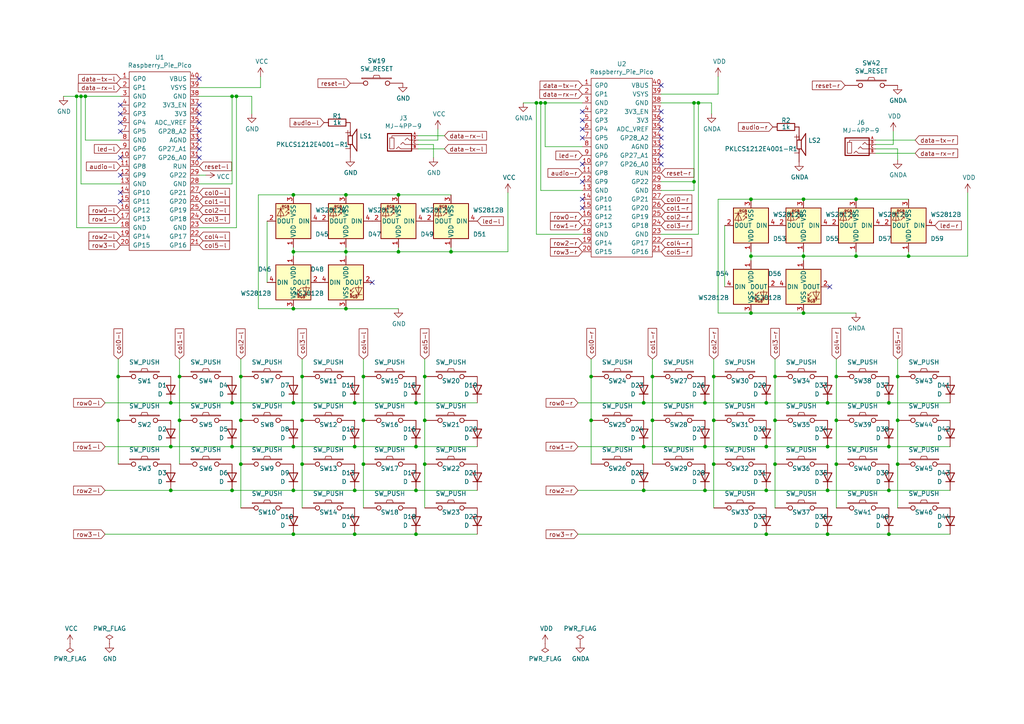
<source format=kicad_sch>
(kicad_sch (version 20211123) (generator eeschema)
  (paper "A4")
  (title_block (title "Lunakey Pico") (rev "1") (company "Yoichiro Tanaka"))
  (junction (at 100.33 73.025))
  (junction (at 85.09 116.84))
  (junction (at 207.01 109.22))
  (junction (at 23.495 27.94))
  (junction (at 67.31 129.54))
  (junction (at 204.47 116.84))
  (junction (at 102.87 116.84))
  (junction (at 257.81 142.24))
  (junction (at 263.525 74.295))
  (junction (at 186.69 129.54))
  (junction (at 68.58 27.94))
  (junction (at 120.65 142.24))
  (junction (at 260.35 109.22))
  (junction (at 224.79 134.62))
  (junction (at 49.53 142.24))
  (junction (at 186.69 142.24))
  (junction (at 34.29 121.92))
  (junction (at 222.25 129.54))
  (junction (at 123.19 134.62))
  (junction (at 67.31 27.94))
  (junction (at 260.35 121.92))
  (junction (at 24.765 27.94))
  (junction (at 233.045 74.295))
  (junction (at 222.25 116.84))
  (junction (at 85.09 129.54))
  (junction (at 85.09 89.535))
  (junction (at 242.57 121.92))
  (junction (at 189.23 121.92))
  (junction (at 67.31 116.84))
  (junction (at 158.115 29.845))
  (junction (at 171.45 121.92))
  (junction (at 240.03 116.84))
  (junction (at 87.63 121.92))
  (junction (at 217.805 90.805))
  (junction (at 189.23 109.22))
  (junction (at 248.285 74.295))
  (junction (at 204.47 142.24))
  (junction (at 202.565 29.845))
  (junction (at 102.87 129.54))
  (junction (at 240.03 142.24))
  (junction (at 49.53 116.84))
  (junction (at 120.65 154.94))
  (junction (at 224.79 109.22))
  (junction (at 52.07 121.92))
  (junction (at 260.35 134.62))
  (junction (at 69.85 109.22))
  (junction (at 155.575 29.845))
  (junction (at 130.81 73.025))
  (junction (at 257.81 116.84))
  (junction (at 233.045 57.785))
  (junction (at 217.805 57.785))
  (junction (at 224.79 121.92))
  (junction (at 120.65 129.54))
  (junction (at 85.09 56.515))
  (junction (at 156.845 29.845))
  (junction (at 34.29 109.22))
  (junction (at 87.63 134.62))
  (junction (at 186.69 116.84))
  (junction (at 105.41 134.62))
  (junction (at 248.285 57.785))
  (junction (at 222.25 154.94))
  (junction (at 102.87 154.94))
  (junction (at 52.07 109.22))
  (junction (at 233.045 90.805))
  (junction (at 242.57 109.22))
  (junction (at 207.01 121.92))
  (junction (at 222.25 142.24))
  (junction (at 87.63 109.22))
  (junction (at 22.225 27.94))
  (junction (at 115.57 73.025))
  (junction (at 257.81 154.94))
  (junction (at 85.09 154.94))
  (junction (at 120.65 116.84))
  (junction (at 49.53 129.54))
  (junction (at 85.09 142.24))
  (junction (at 123.19 109.22))
  (junction (at 102.87 142.24))
  (junction (at 217.805 74.295))
  (junction (at 105.41 109.22))
  (junction (at 105.41 121.92))
  (junction (at 100.33 89.535))
  (junction (at 69.85 134.62))
  (junction (at 257.81 129.54))
  (junction (at 115.57 56.515))
  (junction (at 85.09 73.025))
  (junction (at 171.45 109.22))
  (junction (at 201.295 52.705))
  (junction (at 123.19 121.92))
  (junction (at 242.57 134.62))
  (junction (at 204.47 129.54))
  (junction (at 207.01 134.62))
  (junction (at 67.31 142.24))
  (junction (at 69.85 121.92))
  (junction (at 100.33 56.515))
  (junction (at 240.03 129.54))
  (junction (at 240.03 154.94))
  (junction (at 201.295 29.845))
  (no_connect (at 34.925 35.56))
  (no_connect (at 191.77 32.385))
  (no_connect (at 34.925 50.8))
  (no_connect (at 57.785 40.64))
  (no_connect (at 191.77 42.545))
  (no_connect (at 57.785 22.86))
  (no_connect (at 34.925 58.42))
  (no_connect (at 191.77 45.085))
  (no_connect (at 168.91 60.325))
  (no_connect (at 34.925 45.72))
  (no_connect (at 168.91 32.385))
  (no_connect (at 191.77 24.765))
  (no_connect (at 57.785 45.72))
  (no_connect (at 57.785 33.02))
  (no_connect (at 168.91 37.465))
  (no_connect (at 240.665 83.185))
  (no_connect (at 34.925 33.02))
  (no_connect (at 191.77 37.465))
  (no_connect (at 57.785 30.48))
  (no_connect (at 107.95 81.915))
  (no_connect (at 191.77 34.925))
  (no_connect (at 168.91 47.625))
  (no_connect (at 34.925 55.88))
  (no_connect (at 168.91 57.785))
  (no_connect (at 34.925 30.48))
  (no_connect (at 168.91 34.925))
  (no_connect (at 57.785 35.56))
  (no_connect (at 168.91 52.705))
  (no_connect (at 191.77 47.625))
  (no_connect (at 191.77 40.005))
  (no_connect (at 34.925 38.1))
  (no_connect (at 57.785 38.1))
  (no_connect (at 168.91 40.005))
  (no_connect (at 57.785 43.18))
  (wire (pts (xy 204.47 116.84) (xy 186.69 116.84)))
  (wire (pts (xy 280.67 55.88) (xy 280.67 74.295)))
  (wire (pts (xy 138.43 116.84) (xy 120.65 116.84)))
  (wire (pts (xy 100.33 56.515) (xy 85.09 56.515)))
  (wire (pts (xy 52.07 109.22) (xy 52.07 121.92)))
  (wire (pts (xy 171.45 134.62) (xy 171.45 121.92)))
  (wire (pts (xy 222.25 142.24) (xy 204.47 142.24)))
  (wire (pts (xy 204.47 142.24) (xy 186.69 142.24)))
  (wire (pts (xy 242.57 134.62) (xy 242.57 121.92)))
  (wire (pts (xy 248.285 57.785) (xy 233.045 57.785)))
  (wire (pts (xy 130.81 56.515) (xy 115.57 56.515)))
  (wire (pts (xy 100.33 71.755) (xy 100.33 73.025)))
  (wire (pts (xy 248.285 73.025) (xy 248.285 74.295)))
  (wire (pts (xy 260.35 109.22) (xy 260.35 104.14)))
  (wire (pts (xy 57.785 50.8) (xy 59.69 50.8)))
  (wire (pts (xy 254 43.18) (xy 260.35 43.18)))
  (wire (pts (xy 87.63 121.92) (xy 87.63 134.62)))
  (wire (pts (xy 123.19 134.62) (xy 123.19 147.32)))
  (wire (pts (xy 202.565 29.845) (xy 206.375 29.845)))
  (wire (pts (xy 102.87 142.24) (xy 85.09 142.24)))
  (wire (pts (xy 168.91 42.545) (xy 158.115 42.545)))
  (wire (pts (xy 260.35 43.18) (xy 260.35 46.355)))
  (wire (pts (xy 217.805 75.565) (xy 217.805 74.295)))
  (wire (pts (xy 68.58 66.04) (xy 68.58 27.94)))
  (wire (pts (xy 105.41 121.92) (xy 105.41 109.22)))
  (wire (pts (xy 155.575 29.845) (xy 156.845 29.845)))
  (wire (pts (xy 224.79 134.62) (xy 224.79 121.92)))
  (wire (pts (xy 57.785 53.34) (xy 67.31 53.34)))
  (wire (pts (xy 120.65 116.84) (xy 102.87 116.84)))
  (wire (pts (xy 85.09 74.295) (xy 85.09 73.025)))
  (wire (pts (xy 240.03 154.94) (xy 222.25 154.94)))
  (wire (pts (xy 207.01 134.62) (xy 207.01 121.92)))
  (wire (pts (xy 121.285 39.37) (xy 128.905 39.37)))
  (wire (pts (xy 128.905 43.18) (xy 121.285 43.18)))
  (wire (pts (xy 257.81 142.24) (xy 240.03 142.24)))
  (wire (pts (xy 275.59 154.94) (xy 257.81 154.94)))
  (wire (pts (xy 121.285 41.91) (xy 125.73 41.91)))
  (wire (pts (xy 224.79 104.14) (xy 224.79 109.22)))
  (wire (pts (xy 105.41 104.14) (xy 105.41 109.22)))
  (wire (pts (xy 34.925 66.04) (xy 22.225 66.04)))
  (wire (pts (xy 222.25 129.54) (xy 204.47 129.54)))
  (wire (pts (xy 224.79 121.92) (xy 224.79 109.22)))
  (wire (pts (xy 280.67 74.295) (xy 263.525 74.295)))
  (wire (pts (xy 52.07 121.92) (xy 52.07 134.62)))
  (wire (pts (xy 75.565 22.225) (xy 75.565 25.4)))
  (wire (pts (xy 22.225 27.94) (xy 23.495 27.94)))
  (wire (pts (xy 77.47 64.135) (xy 77.47 81.915)))
  (wire (pts (xy 115.57 73.025) (xy 100.33 73.025)))
  (wire (pts (xy 100.33 74.295) (xy 100.33 73.025)))
  (wire (pts (xy 130.81 71.755) (xy 130.81 73.025)))
  (wire (pts (xy 74.93 89.535) (xy 85.09 89.535)))
  (wire (pts (xy 115.57 56.515) (xy 100.33 56.515)))
  (wire (pts (xy 73.025 27.94) (xy 73.025 33.02)))
  (wire (pts (xy 254 40.64) (xy 265.43 40.64)))
  (wire (pts (xy 217.805 90.805) (xy 233.045 90.805)))
  (wire (pts (xy 138.43 142.24) (xy 120.65 142.24)))
  (wire (pts (xy 233.045 75.565) (xy 233.045 74.295)))
  (wire (pts (xy 120.65 154.94) (xy 102.87 154.94)))
  (wire (pts (xy 208.28 57.785) (xy 208.28 90.805)))
  (wire (pts (xy 158.115 42.545) (xy 158.115 29.845)))
  (wire (pts (xy 85.09 116.84) (xy 67.31 116.84)))
  (wire (pts (xy 67.31 116.84) (xy 49.53 116.84)))
  (wire (pts (xy 34.925 53.34) (xy 23.495 53.34)))
  (wire (pts (xy 158.115 29.845) (xy 168.91 29.845)))
  (wire (pts (xy 275.59 142.24) (xy 257.81 142.24)))
  (wire (pts (xy 222.25 154.94) (xy 167.64 154.94)))
  (wire (pts (xy 156.845 29.845) (xy 158.115 29.845)))
  (wire (pts (xy 115.57 71.755) (xy 115.57 73.025)))
  (wire (pts (xy 30.48 142.24) (xy 49.53 142.24)))
  (wire (pts (xy 22.225 66.04) (xy 22.225 27.94)))
  (wire (pts (xy 206.375 29.845) (xy 206.375 33.02)))
  (wire (pts (xy 87.63 147.32) (xy 87.63 134.62)))
  (wire (pts (xy 120.65 129.54) (xy 102.87 129.54)))
  (wire (pts (xy 85.09 142.24) (xy 67.31 142.24)))
  (wire (pts (xy 69.85 104.14) (xy 69.85 109.22)))
  (wire (pts (xy 259.08 41.91) (xy 259.08 38.1)))
  (wire (pts (xy 23.495 53.34) (xy 23.495 27.94)))
  (wire (pts (xy 242.57 147.32) (xy 242.57 134.62)))
  (wire (pts (xy 201.295 52.705) (xy 201.295 29.845)))
  (wire (pts (xy 260.35 121.92) (xy 260.35 109.22)))
  (wire (pts (xy 240.03 129.54) (xy 222.25 129.54)))
  (wire (pts (xy 263.525 74.295) (xy 248.285 74.295)))
  (wire (pts (xy 123.19 104.14) (xy 123.19 109.22)))
  (wire (pts (xy 68.58 27.94) (xy 73.025 27.94)))
  (wire (pts (xy 85.09 154.94) (xy 30.48 154.94)))
  (wire (pts (xy 191.77 52.705) (xy 201.295 52.705)))
  (wire (pts (xy 254 41.91) (xy 259.08 41.91)))
  (wire (pts (xy 147.32 73.025) (xy 130.81 73.025)))
  (wire (pts (xy 120.65 142.24) (xy 102.87 142.24)))
  (wire (pts (xy 74.93 56.515) (xy 74.93 89.535)))
  (wire (pts (xy 57.785 25.4) (xy 75.565 25.4)))
  (wire (pts (xy 85.09 89.535) (xy 100.33 89.535)))
  (wire (pts (xy 260.35 147.32) (xy 260.35 134.62)))
  (wire (pts (xy 207.01 147.32) (xy 207.01 134.62)))
  (wire (pts (xy 34.925 40.64) (xy 24.765 40.64)))
  (wire (pts (xy 67.31 53.34) (xy 67.31 27.94)))
  (wire (pts (xy 242.57 109.22) (xy 242.57 104.14)))
  (wire (pts (xy 260.35 134.62) (xy 260.35 121.92)))
  (wire (pts (xy 24.765 40.64) (xy 24.765 27.94)))
  (wire (pts (xy 189.23 104.14) (xy 189.23 109.22)))
  (wire (pts (xy 67.31 27.94) (xy 68.58 27.94)))
  (wire (pts (xy 191.77 67.945) (xy 202.565 67.945)))
  (wire (pts (xy 87.63 109.22) (xy 87.63 104.14)))
  (wire (pts (xy 57.785 66.04) (xy 68.58 66.04)))
  (wire (pts (xy 168.91 55.245) (xy 156.845 55.245)))
  (wire (pts (xy 156.845 55.245) (xy 156.845 29.845)))
  (wire (pts (xy 138.43 129.54) (xy 120.65 129.54)))
  (wire (pts (xy 233.045 73.025) (xy 233.045 74.295)))
  (wire (pts (xy 217.805 57.785) (xy 208.28 57.785)))
  (wire (pts (xy 69.85 147.32) (xy 69.85 134.62)))
  (wire (pts (xy 168.91 67.945) (xy 155.575 67.945)))
  (wire (pts (xy 263.525 57.785) (xy 248.285 57.785)))
  (wire (pts (xy 189.23 134.62) (xy 189.23 121.92)))
  (wire (pts (xy 275.59 116.84) (xy 257.81 116.84)))
  (wire (pts (xy 49.53 116.84) (xy 30.48 116.84)))
  (wire (pts (xy 204.47 129.54) (xy 186.69 129.54)))
  (wire (pts (xy 186.69 142.24) (xy 167.64 142.24)))
  (wire (pts (xy 191.77 29.845) (xy 201.295 29.845)))
  (wire (pts (xy 87.63 121.92) (xy 87.63 109.22)))
  (wire (pts (xy 208.28 90.805) (xy 217.805 90.805)))
  (wire (pts (xy 127 40.64) (xy 127 37.465)))
  (wire (pts (xy 24.765 27.94) (xy 34.925 27.94)))
  (wire (pts (xy 202.565 67.945) (xy 202.565 29.845)))
  (wire (pts (xy 125.73 41.91) (xy 125.73 45.72)))
  (wire (pts (xy 201.295 29.845) (xy 202.565 29.845)))
  (wire (pts (xy 275.59 129.54) (xy 257.81 129.54)))
  (wire (pts (xy 102.87 116.84) (xy 85.09 116.84)))
  (wire (pts (xy 208.28 27.305) (xy 208.28 22.225)))
  (wire (pts (xy 121.285 40.64) (xy 127 40.64)))
  (wire (pts (xy 123.19 121.92) (xy 123.19 134.62)))
  (wire (pts (xy 147.32 55.88) (xy 147.32 73.025)))
  (wire (pts (xy 155.575 67.945) (xy 155.575 29.845)))
  (wire (pts (xy 240.03 142.24) (xy 222.25 142.24)))
  (wire (pts (xy 85.09 56.515) (xy 74.93 56.515)))
  (wire (pts (xy 151.765 29.845) (xy 155.575 29.845)))
  (wire (pts (xy 100.33 89.535) (xy 115.57 89.535)))
  (wire (pts (xy 123.19 109.22) (xy 123.19 121.92)))
  (wire (pts (xy 233.045 90.805) (xy 248.285 90.805)))
  (wire (pts (xy 85.09 129.54) (xy 67.31 129.54)))
  (wire (pts (xy 57.785 27.94) (xy 67.31 27.94)))
  (wire (pts (xy 52.07 104.14) (xy 52.07 109.22)))
  (wire (pts (xy 254 44.45) (xy 265.43 44.45)))
  (wire (pts (xy 105.41 134.62) (xy 105.41 147.32)))
  (wire (pts (xy 240.03 116.84) (xy 222.25 116.84)))
  (wire (pts (xy 257.81 116.84) (xy 240.03 116.84)))
  (wire (pts (xy 67.31 142.24) (xy 49.53 142.24)))
  (wire (pts (xy 49.53 129.54) (xy 30.48 129.54)))
  (wire (pts (xy 186.69 116.84) (xy 167.64 116.84)))
  (wire (pts (xy 257.81 129.54) (xy 240.03 129.54)))
  (wire (pts (xy 23.495 27.94) (xy 24.765 27.94)))
  (wire (pts (xy 69.85 121.92) (xy 69.85 134.62)))
  (wire (pts (xy 189.23 121.92) (xy 189.23 109.22)))
  (wire (pts (xy 105.41 121.92) (xy 105.41 134.62)))
  (wire (pts (xy 138.43 154.94) (xy 120.65 154.94)))
  (wire (pts (xy 34.29 104.14) (xy 34.29 109.22)))
  (wire (pts (xy 207.01 121.92) (xy 207.01 109.22)))
  (wire (pts (xy 191.77 27.305) (xy 208.28 27.305)))
  (wire (pts (xy 201.295 55.245) (xy 201.295 52.705)))
  (wire (pts (xy 191.77 55.245) (xy 201.295 55.245)))
  (wire (pts (xy 85.09 73.025) (xy 85.09 71.755)))
  (wire (pts (xy 67.31 129.54) (xy 49.53 129.54)))
  (wire (pts (xy 34.29 134.62) (xy 34.29 121.92)))
  (wire (pts (xy 217.805 74.295) (xy 217.805 73.025)))
  (wire (pts (xy 186.69 129.54) (xy 167.64 129.54)))
  (wire (pts (xy 171.45 121.92) (xy 171.45 109.22)))
  (wire (pts (xy 130.81 73.025) (xy 115.57 73.025)))
  (wire (pts (xy 69.85 109.22) (xy 69.85 121.92)))
  (wire (pts (xy 102.87 154.94) (xy 85.09 154.94)))
  (wire (pts (xy 207.01 104.14) (xy 207.01 109.22)))
  (wire (pts (xy 233.045 57.785) (xy 217.805 57.785)))
  (wire (pts (xy 102.87 129.54) (xy 85.09 129.54)))
  (wire (pts (xy 224.79 147.32) (xy 224.79 134.62)))
  (wire (pts (xy 233.045 74.295) (xy 217.805 74.295)))
  (wire (pts (xy 248.285 74.295) (xy 233.045 74.295)))
  (wire (pts (xy 263.525 73.025) (xy 263.525 74.295)))
  (wire (pts (xy 222.25 116.84) (xy 204.47 116.84)))
  (wire (pts (xy 242.57 121.92) (xy 242.57 109.22)))
  (wire (pts (xy 257.81 154.94) (xy 240.03 154.94)))
  (wire (pts (xy 210.185 65.405) (xy 210.185 83.185)))
  (wire (pts (xy 34.29 109.22) (xy 34.29 121.92)))
  (wire (pts (xy 100.33 73.025) (xy 85.09 73.025)))
  (wire (pts (xy 18.415 27.94) (xy 22.225 27.94)))
  (wire (pts (xy 171.45 109.22) (xy 171.45 104.14)))
  (global_label "col2-l" (shape input) (at 57.785 60.96 0) (property "Intersheet References" "${INTERSHEET_REFS}" (effects hide)))
  (global_label "col0-l" (shape input) (at 34.29 104.14 90) (property "Intersheet References" "${INTERSHEET_REFS}" (effects hide)))
  (global_label "col4-l" (shape input) (at 105.41 104.14 90) (property "Intersheet References" "${INTERSHEET_REFS}" (effects hide)))
  (global_label "row3-r" (shape input) (at 168.91 73.025 180) (property "Intersheet References" "${INTERSHEET_REFS}" (effects hide)))
  (global_label "data-tx-l" (shape input) (at 34.925 22.86 180) (property "Intersheet References" "${INTERSHEET_REFS}" (effects hide)))
  (global_label "col1-r" (shape input) (at 191.77 60.325 0) (property "Intersheet References" "${INTERSHEET_REFS}" (effects hide)))
  (global_label "col0-l" (shape input) (at 57.785 55.88 0) (property "Intersheet References" "${INTERSHEET_REFS}" (effects hide)))
  (global_label "data-rx-r" (shape input) (at 265.43 44.45 0) (property "Intersheet References" "${INTERSHEET_REFS}" (effects hide)))
  (global_label "audio-l" (shape input) (at 34.925 48.26 180) (property "Intersheet References" "${INTERSHEET_REFS}" (effects hide)))
  (global_label "row3-l" (shape input) (at 30.48 154.94 180) (property "Intersheet References" "${INTERSHEET_REFS}" (effects hide)))
  (global_label "col3-r" (shape input) (at 191.77 65.405 0) (property "Intersheet References" "${INTERSHEET_REFS}" (effects hide)))
  (global_label "row0-l" (shape input) (at 34.925 60.96 180) (property "Intersheet References" "${INTERSHEET_REFS}" (effects hide)))
  (global_label "col3-l" (shape input) (at 87.63 104.14 90) (property "Intersheet References" "${INTERSHEET_REFS}" (effects hide)))
  (global_label "col4-r" (shape input) (at 242.57 104.14 90) (property "Intersheet References" "${INTERSHEET_REFS}" (effects hide)))
  (global_label "row0-r" (shape input) (at 167.64 116.84 180) (property "Intersheet References" "${INTERSHEET_REFS}" (effects hide)))
  (global_label "audio-r" (shape input) (at 168.91 50.165 180) (property "Intersheet References" "${INTERSHEET_REFS}" (effects hide)))
  (global_label "data-tx-l" (shape input) (at 128.905 43.18 0) (property "Intersheet References" "${INTERSHEET_REFS}" (effects hide)))
  (global_label "reset-r" (shape input) (at 245.11 24.765 180) (property "Intersheet References" "${INTERSHEET_REFS}" (effects hide)))
  (global_label "led-r" (shape input) (at 168.91 45.085 180) (property "Intersheet References" "${INTERSHEET_REFS}" (effects hide)))
  (global_label "row1-r" (shape input) (at 167.64 129.54 180) (property "Intersheet References" "${INTERSHEET_REFS}" (effects hide)))
  (global_label "col5-r" (shape input) (at 260.35 104.14 90) (property "Intersheet References" "${INTERSHEET_REFS}" (effects hide)))
  (global_label "reset-l" (shape input) (at 57.785 48.26 0) (property "Intersheet References" "${INTERSHEET_REFS}" (effects hide)))
  (global_label "data-rx-l" (shape input) (at 128.905 39.37 0) (property "Intersheet References" "${INTERSHEET_REFS}" (effects hide)))
  (global_label "col5-r" (shape input) (at 191.77 73.025 0) (property "Intersheet References" "${INTERSHEET_REFS}" (effects hide)))
  (global_label "col1-l" (shape input) (at 57.785 58.42 0) (property "Intersheet References" "${INTERSHEET_REFS}" (effects hide)))
  (global_label "row2-l" (shape input) (at 30.48 142.24 180) (property "Intersheet References" "${INTERSHEET_REFS}" (effects hide)))
  (global_label "col1-l" (shape input) (at 52.07 104.14 90) (property "Intersheet References" "${INTERSHEET_REFS}" (effects hide)))
  (global_label "col3-r" (shape input) (at 224.79 104.14 90) (property "Intersheet References" "${INTERSHEET_REFS}" (effects hide)))
  (global_label "led-r" (shape input) (at 271.145 65.405 0) (property "Intersheet References" "${INTERSHEET_REFS}" (effects hide)))
  (global_label "col2-r" (shape input) (at 207.01 104.14 90) (property "Intersheet References" "${INTERSHEET_REFS}" (effects hide)))
  (global_label "col3-l" (shape input) (at 57.785 63.5 0) (property "Intersheet References" "${INTERSHEET_REFS}" (effects hide)))
  (global_label "row0-l" (shape input) (at 30.48 116.84 180) (property "Intersheet References" "${INTERSHEET_REFS}" (effects hide)))
  (global_label "row0-r" (shape input) (at 168.91 62.865 180) (property "Intersheet References" "${INTERSHEET_REFS}" (effects hide)))
  (global_label "row2-r" (shape input) (at 167.64 142.24 180) (property "Intersheet References" "${INTERSHEET_REFS}" (effects hide)))
  (global_label "reset-l" (shape input) (at 101.6 24.13 180) (property "Intersheet References" "${INTERSHEET_REFS}" (effects hide)))
  (global_label "data-rx-r" (shape input) (at 168.91 27.305 180) (property "Intersheet References" "${INTERSHEET_REFS}" (effects hide)))
  (global_label "row1-r" (shape input) (at 168.91 65.405 180) (property "Intersheet References" "${INTERSHEET_REFS}" (effects hide)))
  (global_label "col4-r" (shape input) (at 191.77 70.485 0) (property "Intersheet References" "${INTERSHEET_REFS}" (effects hide)))
  (global_label "col0-r" (shape input) (at 171.45 104.14 90) (property "Intersheet References" "${INTERSHEET_REFS}" (effects hide)))
  (global_label "col0-r" (shape input) (at 191.77 57.785 0) (property "Intersheet References" "${INTERSHEET_REFS}" (effects hide)))
  (global_label "row2-r" (shape input) (at 168.91 70.485 180) (property "Intersheet References" "${INTERSHEET_REFS}" (effects hide)))
  (global_label "col4-l" (shape input) (at 57.785 68.58 0) (property "Intersheet References" "${INTERSHEET_REFS}" (effects hide)))
  (global_label "audio-r" (shape input) (at 224.155 36.83 180) (property "Intersheet References" "${INTERSHEET_REFS}" (effects hide)))
  (global_label "col2-r" (shape input) (at 191.77 62.865 0) (property "Intersheet References" "${INTERSHEET_REFS}" (effects hide)))
  (global_label "col1-r" (shape input) (at 189.23 104.14 90) (property "Intersheet References" "${INTERSHEET_REFS}" (effects hide)))
  (global_label "led-l" (shape input) (at 34.925 43.18 180) (property "Intersheet References" "${INTERSHEET_REFS}" (effects hide)))
  (global_label "row2-l" (shape input) (at 34.925 68.58 180) (property "Intersheet References" "${INTERSHEET_REFS}" (effects hide)))
  (global_label "row3-l" (shape input) (at 34.925 71.12 180) (property "Intersheet References" "${INTERSHEET_REFS}" (effects hide)))
  (global_label "col5-l" (shape input) (at 123.19 104.14 90) (property "Intersheet References" "${INTERSHEET_REFS}" (effects hide)))
  (global_label "reset-r" (shape input) (at 191.77 50.165 0) (property "Intersheet References" "${INTERSHEET_REFS}" (effects hide)))
  (global_label "row1-l" (shape input) (at 34.925 63.5 180) (property "Intersheet References" "${INTERSHEET_REFS}" (effects hide)))
  (global_label "data-tx-r" (shape input) (at 265.43 40.64 0) (property "Intersheet References" "${INTERSHEET_REFS}" (effects hide)))
  (global_label "row3-r" (shape input) (at 167.64 154.94 180) (property "Intersheet References" "${INTERSHEET_REFS}" (effects hide)))
  (global_label "row1-l" (shape input) (at 30.48 129.54 180) (property "Intersheet References" "${INTERSHEET_REFS}" (effects hide)))
  (global_label "audio-l" (shape input) (at 93.98 35.56 180) (property "Intersheet References" "${INTERSHEET_REFS}" (effects hide)))
  (global_label "led-l" (shape input) (at 138.43 64.135 0) (property "Intersheet References" "${INTERSHEET_REFS}" (effects hide)))
  (global_label "col2-l" (shape input) (at 69.85 104.14 90) (property "Intersheet References" "${INTERSHEET_REFS}" (effects hide)))
  (global_label "col5-l" (shape input) (at 57.785 71.12 0) (property "Intersheet References" "${INTERSHEET_REFS}" (effects hide)))
  (global_label "data-rx-l" (shape input) (at 34.925 25.4 180) (property "Intersheet References" "${INTERSHEET_REFS}" (effects hide)))
  (global_label "data-tx-r" (shape input) (at 168.91 24.765 180) (property "Intersheet References" "${INTERSHEET_REFS}" (effects hide)))
  (symbol (lib_id "kbd:SW_PUSH") (at 41.91 109.22 0) (unit 1)
    (property "Reference" "SW1" (at 41.91 110.49 0))
    (property "Value" "SW_PUSH" (at 41.91 105.0544 0))
    (property "Footprint" "Yoichiro:CherryMX_Choco_Hotswap" (effects hide))
  )
  (symbol (lib_id "Device:D") (at 49.53 113.03 90) (unit 1)
    (property "Reference" "D1" (at 45.72 111.76 90) (effects (justify right)))
    (property "Value" "D" (at 45.72 114.3 90) (effects (justify right)))
    (property "Footprint" "Keebio-Parts:Diode-Hybrid-Back" (effects hide))
  )
  (symbol (lib_id "kbd:SW_PUSH") (at 41.91 121.92 0) (unit 1)
    (property "Reference" "SW2" (at 41.91 123.19 0))
    (property "Value" "SW_PUSH" (at 41.91 117.7544 0))
    (property "Footprint" "Yoichiro:CherryMX_Choco_Hotswap" (effects hide))
  )
  (symbol (lib_id "Device:D") (at 49.53 125.73 90) (unit 1)
    (property "Reference" "D2" (at 45.72 124.46 90) (effects (justify right)))
    (property "Value" "D" (at 45.72 127 90) (effects (justify right)))
    (property "Footprint" "Keebio-Parts:Diode-Hybrid-Back" (effects hide))
  )
  (symbol (lib_id "kbd:SW_PUSH") (at 41.91 134.62 0) (unit 1)
    (property "Reference" "SW3" (at 41.91 135.89 0))
    (property "Value" "SW_PUSH" (at 41.91 130.4544 0))
    (property "Footprint" "Yoichiro:CherryMX_Choco_Hotswap" (effects hide))
  )
  (symbol (lib_id "Device:D") (at 49.53 138.43 90) (unit 1)
    (property "Reference" "D3" (at 45.72 137.16 90) (effects (justify right)))
    (property "Value" "D" (at 45.72 139.7 90) (effects (justify right)))
    (property "Footprint" "Keebio-Parts:Diode-Hybrid-Back" (effects hide))
  )
  (symbol (lib_id "kbd:SW_PUSH") (at 59.69 109.22 0) (unit 1)
    (property "Reference" "SW4" (at 59.69 110.49 0))
    (property "Value" "SW_PUSH" (at 59.69 105.0544 0))
    (property "Footprint" "Yoichiro:CherryMX_Choco_Hotswap" (effects hide))
  )
  (symbol (lib_id "Device:D") (at 67.31 113.03 90) (unit 1)
    (property "Reference" "D4" (at 63.5 111.76 90) (effects (justify right)))
    (property "Value" "D" (at 63.5 114.3 90) (effects (justify right)))
    (property "Footprint" "Keebio-Parts:Diode-Hybrid-Back" (effects hide))
  )
  (symbol (lib_id "kbd:SW_PUSH") (at 59.69 121.92 0) (unit 1)
    (property "Reference" "SW5" (at 59.69 123.19 0))
    (property "Value" "SW_PUSH" (at 59.69 117.7544 0))
    (property "Footprint" "Yoichiro:CherryMX_Choco_Hotswap" (effects hide))
  )
  (symbol (lib_id "Device:D") (at 67.31 125.73 90) (unit 1)
    (property "Reference" "D5" (at 63.5 124.46 90) (effects (justify right)))
    (property "Value" "D" (at 63.5 127 90) (effects (justify right)))
    (property "Footprint" "Keebio-Parts:Diode-Hybrid-Back" (effects hide))
  )
  (symbol (lib_id "kbd:SW_PUSH") (at 59.69 134.62 0) (unit 1)
    (property "Reference" "SW6" (at 59.69 135.89 0))
    (property "Value" "SW_PUSH" (at 59.69 130.4544 0))
    (property "Footprint" "Yoichiro:CherryMX_Choco_Hotswap" (effects hide))
  )
  (symbol (lib_id "Device:D") (at 67.31 138.43 90) (unit 1)
    (property "Reference" "D6" (at 63.5 137.16 90) (effects (justify right)))
    (property "Value" "D" (at 63.5 139.7 90) (effects (justify right)))
    (property "Footprint" "Keebio-Parts:Diode-Hybrid-Back" (effects hide))
  )
  (symbol (lib_id "kbd:SW_PUSH") (at 77.47 109.22 0) (unit 1)
    (property "Reference" "SW7" (at 77.47 110.49 0))
    (property "Value" "SW_PUSH" (at 77.47 105.0544 0))
    (property "Footprint" "Yoichiro:CherryMX_Choco_Hotswap" (effects hide))
  )
  (symbol (lib_id "Device:D") (at 85.09 113.03 90) (unit 1)
    (property "Reference" "D7" (at 81.28 111.76 90) (effects (justify right)))
    (property "Value" "D" (at 81.28 114.3 90) (effects (justify right)))
    (property "Footprint" "Keebio-Parts:Diode-Hybrid-Back" (effects hide))
  )
  (symbol (lib_id "kbd:SW_PUSH") (at 77.47 121.92 0) (unit 1)
    (property "Reference" "SW8" (at 77.47 123.19 0))
    (property "Value" "SW_PUSH" (at 77.47 117.7544 0))
    (property "Footprint" "Yoichiro:CherryMX_Choco_Hotswap" (effects hide))
  )
  (symbol (lib_id "Device:D") (at 85.09 125.73 90) (unit 1)
    (property "Reference" "D8" (at 81.28 124.46 90) (effects (justify right)))
    (property "Value" "D" (at 81.28 127 90) (effects (justify right)))
    (property "Footprint" "Keebio-Parts:Diode-Hybrid-Back" (effects hide))
  )
  (symbol (lib_id "kbd:SW_PUSH") (at 77.47 134.62 0) (unit 1)
    (property "Reference" "SW9" (at 77.47 135.89 0))
    (property "Value" "SW_PUSH" (at 77.47 130.4544 0))
    (property "Footprint" "Yoichiro:CherryMX_Choco_Hotswap" (effects hide))
  )
  (symbol (lib_id "Device:D") (at 85.09 138.43 90) (unit 1)
    (property "Reference" "D9" (at 81.28 137.16 90) (effects (justify right)))
    (property "Value" "D" (at 81.28 139.7 90) (effects (justify right)))
    (property "Footprint" "Keebio-Parts:Diode-Hybrid-Back" (effects hide))
  )
  (symbol (lib_id "kbd:SW_PUSH") (at 77.47 147.32 0) (unit 1)
    (property "Reference" "SW10" (at 77.47 148.59 0))
    (property "Value" "SW_PUSH" (at 77.47 143.1544 0))
    (property "Footprint" "Yoichiro:CherryMX_Choco_Hotswap" (effects hide))
  )
  (symbol (lib_id "Device:D") (at 85.09 151.13 90) (unit 1)
    (property "Reference" "D10" (at 81.28 149.86 90) (effects (justify right)))
    (property "Value" "D" (at 81.28 152.4 90) (effects (justify right)))
    (property "Footprint" "Keebio-Parts:Diode-Hybrid-Back" (effects hide))
  )
  (symbol (lib_id "kbd:SW_PUSH") (at 95.25 109.22 0) (unit 1)
    (property "Reference" "SW11" (at 95.25 110.49 0))
    (property "Value" "SW_PUSH" (at 95.25 105.0544 0))
    (property "Footprint" "Yoichiro:CherryMX_Choco_Hotswap" (effects hide))
  )
  (symbol (lib_id "Device:D") (at 102.87 113.03 90) (unit 1)
    (property "Reference" "D11" (at 99.06 111.76 90) (effects (justify right)))
    (property "Value" "D" (at 99.06 114.3 90) (effects (justify right)))
    (property "Footprint" "Keebio-Parts:Diode-Hybrid-Back" (effects hide))
  )
  (symbol (lib_id "kbd:SW_PUSH") (at 95.25 121.92 0) (unit 1)
    (property "Reference" "SW12" (at 95.25 123.19 0))
    (property "Value" "SW_PUSH" (at 95.25 117.7544 0))
    (property "Footprint" "Yoichiro:CherryMX_Choco_Hotswap" (effects hide))
  )
  (symbol (lib_id "Device:D") (at 102.87 125.73 90) (unit 1)
    (property "Reference" "D12" (at 99.06 124.46 90) (effects (justify right)))
    (property "Value" "D" (at 99.06 127 90) (effects (justify right)))
    (property "Footprint" "Keebio-Parts:Diode-Hybrid-Back" (effects hide))
  )
  (symbol (lib_id "kbd:SW_PUSH") (at 95.25 134.62 0) (unit 1)
    (property "Reference" "SW13" (at 95.25 135.89 0))
    (property "Value" "SW_PUSH" (at 95.25 130.4544 0))
    (property "Footprint" "Yoichiro:CherryMX_Choco_Hotswap" (effects hide))
  )
  (symbol (lib_id "Device:D") (at 102.87 138.43 90) (unit 1)
    (property "Reference" "D13" (at 99.06 137.16 90) (effects (justify right)))
    (property "Value" "D" (at 99.06 139.7 90) (effects (justify right)))
    (property "Footprint" "Keebio-Parts:Diode-Hybrid-Back" (effects hide))
  )
  (symbol (lib_id "kbd:SW_PUSH") (at 95.25 147.32 0) (unit 1)
    (property "Reference" "SW14" (at 95.25 148.59 0))
    (property "Value" "SW_PUSH" (at 95.25 143.1544 0))
    (property "Footprint" "Yoichiro:CherryMX_Choco_Hotswap" (effects hide))
  )
  (symbol (lib_id "Device:D") (at 102.87 151.13 90) (unit 1)
    (property "Reference" "D14" (at 99.06 149.86 90) (effects (justify right)))
    (property "Value" "D" (at 99.06 152.4 90) (effects (justify right)))
    (property "Footprint" "Keebio-Parts:Diode-Hybrid-Back" (effects hide))
  )
  (symbol (lib_id "kbd:SW_PUSH") (at 113.03 109.22 0) (unit 1)
    (property "Reference" "SW15" (at 113.03 110.49 0))
    (property "Value" "SW_PUSH" (at 113.03 105.0544 0))
    (property "Footprint" "Yoichiro:CherryMX_Choco_Hotswap" (effects hide))
  )
  (symbol (lib_id "Device:D") (at 120.65 113.03 90) (unit 1)
    (property "Reference" "D15" (at 116.84 111.76 90) (effects (justify right)))
    (property "Value" "D" (at 116.84 114.3 90) (effects (justify right)))
    (property "Footprint" "Keebio-Parts:Diode-Hybrid-Back" (effects hide))
  )
  (symbol (lib_id "kbd:SW_PUSH") (at 113.03 121.92 0) (unit 1)
    (property "Reference" "SW16" (at 113.03 123.19 0))
    (property "Value" "SW_PUSH" (at 113.03 117.7544 0))
    (property "Footprint" "Yoichiro:CherryMX_Choco_Hotswap" (effects hide))
  )
  (symbol (lib_id "Device:D") (at 120.65 125.73 90) (unit 1)
    (property "Reference" "D16" (at 116.84 124.46 90) (effects (justify right)))
    (property "Value" "D" (at 116.84 127 90) (effects (justify right)))
    (property "Footprint" "Keebio-Parts:Diode-Hybrid-Back" (effects hide))
  )
  (symbol (lib_id "kbd:SW_PUSH") (at 113.03 134.62 0) (unit 1)
    (property "Reference" "SW17" (at 113.03 135.89 0))
    (property "Value" "SW_PUSH" (at 113.03 130.4544 0))
    (property "Footprint" "Yoichiro:CherryMX_Choco_Hotswap" (effects hide))
  )
  (symbol (lib_id "Device:D") (at 120.65 138.43 90) (unit 1)
    (property "Reference" "D17" (at 116.84 137.16 90) (effects (justify right)))
    (property "Value" "D" (at 116.84 139.7 90) (effects (justify right)))
    (property "Footprint" "Keebio-Parts:Diode-Hybrid-Back" (effects hide))
  )
  (symbol (lib_id "kbd:SW_PUSH") (at 113.03 147.32 0) (unit 1)
    (property "Reference" "SW18" (at 113.03 148.59 0))
    (property "Value" "SW_PUSH" (at 113.03 143.1544 0))
    (property "Footprint" "Yoichiro:CherryMX_Choco_Hotswap" (effects hide))
  )
  (symbol (lib_id "Device:D") (at 120.65 151.13 90) (unit 1)
    (property "Reference" "D18" (at 116.84 149.86 90) (effects (justify right)))
    (property "Value" "D" (at 116.84 152.4 90) (effects (justify right)))
    (property "Footprint" "Keebio-Parts:Diode-Hybrid-Back" (effects hide))
  )
  (symbol (lib_id "kbd:SW_PUSH") (at 130.81 109.22 0) (unit 1)
    (property "Reference" "SW20" (at 130.81 110.49 0))
    (property "Value" "SW_PUSH" (at 130.81 105.0544 0))
    (property "Footprint" "Yoichiro:CherryMX_Choco_Hotswap" (effects hide))
  )
  (symbol (lib_id "Device:D") (at 138.43 113.03 90) (unit 1)
    (property "Reference" "D19" (at 134.62 111.76 90) (effects (justify right)))
    (property "Value" "D" (at 134.62 114.3 90) (effects (justify right)))
    (property "Footprint" "Keebio-Parts:Diode-Hybrid-Back" (effects hide))
  )
  (symbol (lib_id "kbd:SW_PUSH") (at 130.81 121.92 0) (unit 1)
    (property "Reference" "SW21" (at 130.81 123.19 0))
    (property "Value" "SW_PUSH" (at 130.81 117.7544 0))
    (property "Footprint" "Yoichiro:CherryMX_Choco_Hotswap" (effects hide))
  )
  (symbol (lib_id "Device:D") (at 138.43 125.73 90) (unit 1)
    (property "Reference" "D20" (at 134.62 124.46 90) (effects (justify right)))
    (property "Value" "D" (at 134.62 127 90) (effects (justify right)))
    (property "Footprint" "Keebio-Parts:Diode-Hybrid-Back" (effects hide))
  )
  (symbol (lib_id "kbd:SW_PUSH") (at 130.81 134.62 0) (unit 1)
    (property "Reference" "SW22" (at 130.81 135.89 0))
    (property "Value" "SW_PUSH" (at 130.81 130.4544 0))
    (property "Footprint" "Yoichiro:CherryMX_Choco_Hotswap" (effects hide))
  )
  (symbol (lib_id "Device:D") (at 138.43 138.43 90) (unit 1)
    (property "Reference" "D21" (at 134.62 137.16 90) (effects (justify right)))
    (property "Value" "D" (at 134.62 139.7 90) (effects (justify right)))
    (property "Footprint" "Keebio-Parts:Diode-Hybrid-Back" (effects hide))
  )
  (symbol (lib_id "kbd:SW_PUSH") (at 130.81 147.32 0) (unit 1)
    (property "Reference" "SW23" (at 130.81 148.59 0))
    (property "Value" "SW_PUSH" (at 130.81 143.1544 0))
    (property "Footprint" "Yoichiro:CherryMX_Choco_Hotswap" (effects hide))
  )
  (symbol (lib_id "Device:D") (at 138.43 151.13 90) (unit 1)
    (property "Reference" "D22" (at 134.62 149.86 90) (effects (justify right)))
    (property "Value" "D" (at 134.62 152.4 90) (effects (justify right)))
    (property "Footprint" "Keebio-Parts:Diode-Hybrid-Back" (effects hide))
  )
  (symbol (lib_id "kbd:SW_PUSH") (at 179.07 109.22 0) (unit 1)
    (property "Reference" "SW24" (at 179.07 110.49 0))
    (property "Value" "SW_PUSH" (at 179.07 105.0544 0))
    (property "Footprint" "Yoichiro:CherryMX_Choco_Hotswap" (effects hide))
  )
  (symbol (lib_id "Device:D") (at 186.69 113.03 90) (unit 1)
    (property "Reference" "D23" (at 182.88 111.76 90) (effects (justify right)))
    (property "Value" "D" (at 182.88 114.3 90) (effects (justify right)))
    (property "Footprint" "Keebio-Parts:Diode-Hybrid-Back" (effects hide))
  )
  (symbol (lib_id "kbd:SW_PUSH") (at 179.07 121.92 0) (unit 1)
    (property "Reference" "SW25" (at 179.07 123.19 0))
    (property "Value" "SW_PUSH" (at 179.07 117.7544 0))
    (property "Footprint" "Yoichiro:CherryMX_Choco_Hotswap" (effects hide))
  )
  (symbol (lib_id "Device:D") (at 186.69 125.73 90) (unit 1)
    (property "Reference" "D24" (at 182.88 124.46 90) (effects (justify right)))
    (property "Value" "D" (at 182.88 127 90) (effects (justify right)))
    (property "Footprint" "Keebio-Parts:Diode-Hybrid-Back" (effects hide))
  )
  (symbol (lib_id "kbd:SW_PUSH") (at 179.07 134.62 0) (unit 1)
    (property "Reference" "SW26" (at 179.07 135.89 0))
    (property "Value" "SW_PUSH" (at 179.07 130.4544 0))
    (property "Footprint" "Yoichiro:CherryMX_Choco_Hotswap" (effects hide))
  )
  (symbol (lib_id "Device:D") (at 186.69 138.43 90) (unit 1)
    (property "Reference" "D25" (at 182.88 137.16 90) (effects (justify right)))
    (property "Value" "D" (at 182.88 139.7 90) (effects (justify right)))
    (property "Footprint" "Keebio-Parts:Diode-Hybrid-Back" (effects hide))
  )
  (symbol (lib_id "kbd:SW_PUSH") (at 196.85 109.22 0) (unit 1)
    (property "Reference" "SW27" (at 196.85 110.49 0))
    (property "Value" "SW_PUSH" (at 196.85 105.0544 0))
    (property "Footprint" "Yoichiro:CherryMX_Choco_Hotswap" (effects hide))
  )
  (symbol (lib_id "Device:D") (at 204.47 113.03 90) (unit 1)
    (property "Reference" "D26" (at 200.66 111.76 90) (effects (justify right)))
    (property "Value" "D" (at 200.66 114.3 90) (effects (justify right)))
    (property "Footprint" "Keebio-Parts:Diode-Hybrid-Back" (effects hide))
  )
  (symbol (lib_id "kbd:SW_PUSH") (at 196.85 121.92 0) (unit 1)
    (property "Reference" "SW28" (at 196.85 123.19 0))
    (property "Value" "SW_PUSH" (at 196.85 117.7544 0))
    (property "Footprint" "Yoichiro:CherryMX_Choco_Hotswap" (effects hide))
  )
  (symbol (lib_id "Device:D") (at 204.47 125.73 90) (unit 1)
    (property "Reference" "D27" (at 200.66 124.46 90) (effects (justify right)))
    (property "Value" "D" (at 200.66 127 90) (effects (justify right)))
    (property "Footprint" "Keebio-Parts:Diode-Hybrid-Back" (effects hide))
  )
  (symbol (lib_id "kbd:SW_PUSH") (at 196.85 134.62 0) (unit 1)
    (property "Reference" "SW29" (at 196.85 135.89 0))
    (property "Value" "SW_PUSH" (at 196.85 130.4544 0))
    (property "Footprint" "Yoichiro:CherryMX_Choco_Hotswap" (effects hide))
  )
  (symbol (lib_id "Device:D") (at 204.47 138.43 90) (unit 1)
    (property "Reference" "D28" (at 200.66 137.16 90) (effects (justify right)))
    (property "Value" "D" (at 200.66 139.7 90) (effects (justify right)))
    (property "Footprint" "Keebio-Parts:Diode-Hybrid-Back" (effects hide))
  )
  (symbol (lib_id "kbd:SW_PUSH") (at 214.63 109.22 0) (unit 1)
    (property "Reference" "SW30" (at 214.63 110.49 0))
    (property "Value" "SW_PUSH" (at 214.63 105.0544 0))
    (property "Footprint" "Yoichiro:CherryMX_Choco_Hotswap" (effects hide))
  )
  (symbol (lib_id "Device:D") (at 222.25 113.03 90) (unit 1)
    (property "Reference" "D29" (at 218.44 111.76 90) (effects (justify right)))
    (property "Value" "D" (at 218.44 114.3 90) (effects (justify right)))
    (property "Footprint" "Keebio-Parts:Diode-Hybrid-Back" (effects hide))
  )
  (symbol (lib_id "kbd:SW_PUSH") (at 214.63 121.92 0) (unit 1)
    (property "Reference" "SW31" (at 214.63 123.19 0))
    (property "Value" "SW_PUSH" (at 214.63 117.7544 0))
    (property "Footprint" "Yoichiro:CherryMX_Choco_Hotswap" (effects hide))
  )
  (symbol (lib_id "Device:D") (at 222.25 125.73 90) (unit 1)
    (property "Reference" "D30" (at 218.44 124.46 90) (effects (justify right)))
    (property "Value" "D" (at 218.44 127 90) (effects (justify right)))
    (property "Footprint" "Keebio-Parts:Diode-Hybrid-Back" (effects hide))
  )
  (symbol (lib_id "kbd:SW_PUSH") (at 214.63 134.62 0) (unit 1)
    (property "Reference" "SW32" (at 214.63 135.89 0))
    (property "Value" "SW_PUSH" (at 214.63 130.4544 0))
    (property "Footprint" "Yoichiro:CherryMX_Choco_Hotswap" (effects hide))
  )
  (symbol (lib_id "Device:D") (at 222.25 138.43 90) (unit 1)
    (property "Reference" "D31" (at 218.44 137.16 90) (effects (justify right)))
    (property "Value" "D" (at 218.44 139.7 90) (effects (justify right)))
    (property "Footprint" "Keebio-Parts:Diode-Hybrid-Back" (effects hide))
  )
  (symbol (lib_id "kbd:SW_PUSH") (at 214.63 147.32 0) (unit 1)
    (property "Reference" "SW33" (at 214.63 148.59 0))
    (property "Value" "SW_PUSH" (at 214.63 143.1544 0))
    (property "Footprint" "Yoichiro:CherryMX_Choco_Hotswap" (effects hide))
  )
  (symbol (lib_id "Device:D") (at 222.25 151.13 90) (unit 1)
    (property "Reference" "D32" (at 218.44 149.86 90) (effects (justify right)))
    (property "Value" "D" (at 218.44 152.4 90) (effects (justify right)))
    (property "Footprint" "Keebio-Parts:Diode-Hybrid-Back" (effects hide))
  )
  (symbol (lib_id "kbd:SW_PUSH") (at 232.41 109.22 0) (unit 1)
    (property "Reference" "SW34" (at 232.41 110.49 0))
    (property "Value" "SW_PUSH" (at 232.41 105.0544 0))
    (property "Footprint" "Yoichiro:CherryMX_Choco_Hotswap" (effects hide))
  )
  (symbol (lib_id "Device:D") (at 240.03 113.03 90) (unit 1)
    (property "Reference" "D33" (at 236.22 111.76 90) (effects (justify right)))
    (property "Value" "D" (at 236.22 114.3 90) (effects (justify right)))
    (property "Footprint" "Keebio-Parts:Diode-Hybrid-Back" (effects hide))
  )
  (symbol (lib_id "kbd:SW_PUSH") (at 232.41 121.92 0) (unit 1)
    (property "Reference" "SW35" (at 232.41 123.19 0))
    (property "Value" "SW_PUSH" (at 232.41 117.7544 0))
    (property "Footprint" "Yoichiro:CherryMX_Choco_Hotswap" (effects hide))
  )
  (symbol (lib_id "Device:D") (at 240.03 125.73 90) (unit 1)
    (property "Reference" "D34" (at 236.22 124.46 90) (effects (justify right)))
    (property "Value" "D" (at 236.22 127 90) (effects (justify right)))
    (property "Footprint" "Keebio-Parts:Diode-Hybrid-Back" (effects hide))
  )
  (symbol (lib_id "kbd:SW_PUSH") (at 232.41 134.62 0) (unit 1)
    (property "Reference" "SW36" (at 232.41 135.89 0))
    (property "Value" "SW_PUSH" (at 232.41 130.4544 0))
    (property "Footprint" "Yoichiro:CherryMX_Choco_Hotswap" (effects hide))
  )
  (symbol (lib_id "Device:D") (at 240.03 138.43 90) (unit 1)
    (property "Reference" "D35" (at 236.22 137.16 90) (effects (justify right)))
    (property "Value" "D" (at 236.22 139.7 90) (effects (justify right)))
    (property "Footprint" "Keebio-Parts:Diode-Hybrid-Back" (effects hide))
  )
  (symbol (lib_id "kbd:SW_PUSH") (at 232.41 147.32 0) (unit 1)
    (property "Reference" "SW37" (at 232.41 148.59 0))
    (property "Value" "SW_PUSH" (at 232.41 143.1544 0))
    (property "Footprint" "Yoichiro:CherryMX_Choco_Hotswap" (effects hide))
  )
  (symbol (lib_id "Device:D") (at 240.03 151.13 90) (unit 1)
    (property "Reference" "D36" (at 236.22 149.86 90) (effects (justify right)))
    (property "Value" "D" (at 236.22 152.4 90) (effects (justify right)))
    (property "Footprint" "Keebio-Parts:Diode-Hybrid-Back" (effects hide))
  )
  (symbol (lib_id "kbd:SW_PUSH") (at 250.19 109.22 0) (unit 1)
    (property "Reference" "SW38" (at 250.19 110.49 0))
    (property "Value" "SW_PUSH" (at 250.19 105.0544 0))
    (property "Footprint" "Yoichiro:CherryMX_Choco_Hotswap" (effects hide))
  )
  (symbol (lib_id "Device:D") (at 257.81 113.03 90) (unit 1)
    (property "Reference" "D37" (at 254 111.76 90) (effects (justify right)))
    (property "Value" "D" (at 254 114.3 90) (effects (justify right)))
    (property "Footprint" "Keebio-Parts:Diode-Hybrid-Back" (effects hide))
  )
  (symbol (lib_id "kbd:SW_PUSH") (at 250.19 121.92 0) (unit 1)
    (property "Reference" "SW39" (at 250.19 123.19 0))
    (property "Value" "SW_PUSH" (at 250.19 117.7544 0))
    (property "Footprint" "Yoichiro:CherryMX_Choco_Hotswap" (effects hide))
  )
  (symbol (lib_id "Device:D") (at 257.81 125.73 90) (unit 1)
    (property "Reference" "D38" (at 254 124.46 90) (effects (justify right)))
    (property "Value" "D" (at 254 127 90) (effects (justify right)))
    (property "Footprint" "Keebio-Parts:Diode-Hybrid-Back" (effects hide))
  )
  (symbol (lib_id "kbd:SW_PUSH") (at 250.19 134.62 0) (unit 1)
    (property "Reference" "SW40" (at 250.19 135.89 0))
    (property "Value" "SW_PUSH" (at 250.19 130.4544 0))
    (property "Footprint" "Yoichiro:CherryMX_Choco_Hotswap" (effects hide))
  )
  (symbol (lib_id "Device:D") (at 257.81 138.43 90) (unit 1)
    (property "Reference" "D39" (at 254 137.16 90) (effects (justify right)))
    (property "Value" "D" (at 254 139.7 90) (effects (justify right)))
    (property "Footprint" "Keebio-Parts:Diode-Hybrid-Back" (effects hide))
  )
  (symbol (lib_id "kbd:SW_PUSH") (at 250.19 147.32 0) (unit 1)
    (property "Reference" "SW41" (at 250.19 148.59 0))
    (property "Value" "SW_PUSH" (at 250.19 143.1544 0))
    (property "Footprint" "Yoichiro:CherryMX_Choco_Hotswap" (effects hide))
  )
  (symbol (lib_id "Device:D") (at 257.81 151.13 90) (unit 1)
    (property "Reference" "D40" (at 254 149.86 90) (effects (justify right)))
    (property "Value" "D" (at 254 152.4 90) (effects (justify right)))
    (property "Footprint" "Keebio-Parts:Diode-Hybrid-Back" (effects hide))
  )
  (symbol (lib_id "kbd:SW_PUSH") (at 267.97 109.22 0) (unit 1)
    (property "Reference" "SW43" (at 267.97 110.49 0))
    (property "Value" "SW_PUSH" (at 267.97 105.0544 0))
    (property "Footprint" "Yoichiro:CherryMX_Choco_Hotswap" (effects hide))
  )
  (symbol (lib_id "Device:D") (at 275.59 113.03 90) (unit 1)
    (property "Reference" "D41" (at 271.78 111.76 90) (effects (justify right)))
    (property "Value" "D" (at 271.78 114.3 90) (effects (justify right)))
    (property "Footprint" "Keebio-Parts:Diode-Hybrid-Back" (effects hide))
  )
  (symbol (lib_id "kbd:SW_PUSH") (at 267.97 121.92 0) (unit 1)
    (property "Reference" "SW44" (at 267.97 123.19 0))
    (property "Value" "SW_PUSH" (at 267.97 117.7544 0))
    (property "Footprint" "Yoichiro:CherryMX_Choco_Hotswap" (effects hide))
  )
  (symbol (lib_id "Device:D") (at 275.59 125.73 90) (unit 1)
    (property "Reference" "D42" (at 271.78 124.46 90) (effects (justify right)))
    (property "Value" "D" (at 271.78 127 90) (effects (justify right)))
    (property "Footprint" "Keebio-Parts:Diode-Hybrid-Back" (effects hide))
  )
  (symbol (lib_id "kbd:SW_PUSH") (at 267.97 134.62 0) (unit 1)
    (property "Reference" "SW45" (at 267.97 135.89 0))
    (property "Value" "SW_PUSH" (at 267.97 130.4544 0))
    (property "Footprint" "Yoichiro:CherryMX_Choco_Hotswap" (effects hide))
  )
  (symbol (lib_id "Device:D") (at 275.59 138.43 90) (unit 1)
    (property "Reference" "D43" (at 271.78 137.16 90) (effects (justify right)))
    (property "Value" "D" (at 271.78 139.7 90) (effects (justify right)))
    (property "Footprint" "Keebio-Parts:Diode-Hybrid-Back" (effects hide))
  )
  (symbol (lib_id "kbd:SW_PUSH") (at 267.97 147.32 0) (unit 1)
    (property "Reference" "SW46" (at 267.97 148.59 0))
    (property "Value" "SW_PUSH" (at 267.97 143.1544 0))
    (property "Footprint" "Yoichiro:CherryMX_Choco_Hotswap" (effects hide))
  )
  (symbol (lib_id "Device:D") (at 275.59 151.13 90) (unit 1)
    (property "Reference" "D44" (at 271.78 149.86 90) (effects (justify right)))
    (property "Value" "D" (at 271.78 152.4 90) (effects (justify right)))
    (property "Footprint" "Keebio-Parts:Diode-Hybrid-Back" (effects hide))
  )
  (symbol (lib_id "LED:WS2812B") (at 130.81 64.135 180) (unit 1)
    (property "Reference" "D51" (at 137.16 67.945 0) (effects (justify right)))
    (property "Value" "WS2812B" (at 137.16 60.96 0) (effects (justify right)))
    (property "Footprint" "Yoichiro:LED_WS2812B" (effects hide))
    (property "Datasheet" "https://cdn-shop.adafruit.com/datasheets/WS2812B.pdf" (effects hide))
  )
  (symbol (lib_id "power:VCC") (at 20.32 186.69 0) (unit 1)
    (property "Reference" "#PWR01" (effects hide))
    (property "Value" "VCC" (at 20.701 182.2958 0))
  )
  (symbol (lib_id "power:PWR_FLAG") (at 20.32 186.69 0) (mirror x) (unit 1)
    (property "Reference" "#FLG01" (effects hide))
    (property "Value" "PWR_FLAG" (at 20.32 191.0842 0))
  )
  (symbol (lib_id "power:PWR_FLAG") (at 31.75 186.69 0) (unit 1)
    (property "Reference" "#FLG02" (effects hide))
    (property "Value" "PWR_FLAG" (at 31.75 182.2958 0))
  )
  (symbol (lib_id "power:VDD") (at 158.115 186.69 0) (unit 1)
    (property "Reference" "#PWR025" (effects hide))
    (property "Value" "VDD" (at 158.496 182.2958 0))
  )
  (symbol (lib_id "power:PWR_FLAG") (at 158.115 186.69 0) (mirror x) (unit 1)
    (property "Reference" "#FLG03" (effects hide))
    (property "Value" "PWR_FLAG" (at 158.115 191.0842 0))
  )
  (symbol (lib_id "power:PWR_FLAG") (at 168.275 186.69 0) (unit 1)
    (property "Reference" "#FLG04" (effects hide))
    (property "Value" "PWR_FLAG" (at 168.275 182.2958 0))
  )
  (symbol (lib_id "power:GND") (at 31.75 186.69 0) (unit 1)
    (property "Reference" "#PWR03" (effects hide))
    (property "Value" "GND" (at 31.877 191.0842 0))
  )
  (symbol (lib_id "power:GNDA") (at 168.275 186.69 0) (unit 1)
    (property "Reference" "#PWR026" (effects hide))
    (property "Value" "GNDA" (at 168.402 191.0842 0))
  )
  (symbol (lib_id "power:GND") (at 18.415 27.94 0) (unit 1)
    (property "Reference" "#PWR02" (effects hide))
    (property "Value" "GND" (at 18.542 32.3342 0))
  )
  (symbol (lib_id "power:GND") (at 73.025 33.02 0) (unit 1)
    (property "Reference" "#PWR08" (effects hide))
    (property "Value" "GND" (at 73.152 37.4142 0))
  )
  (symbol (lib_id "power:VCC") (at 75.565 22.225 0) (unit 1)
    (property "Reference" "#PWR07" (effects hide))
    (property "Value" "VCC" (at 75.946 17.8308 0))
  )
  (symbol (lib_id "kbd:SW_PUSH") (at 109.22 24.13 0) (unit 1)
    (property "Reference" "SW19" (at 109.22 17.653 0))
    (property "Value" "SW_RESET" (at 109.22 19.9644 0))
    (property "Footprint" "kbd:ResetSW_1side" (effects hide))
  )
  (symbol (lib_id "power:GND") (at 116.84 24.13 0) (unit 1)
    (property "Reference" "#PWR013" (effects hide))
    (property "Value" "GND" (at 116.967 28.5242 0))
  )
  (symbol (lib_id "kbd:MJ-4PP-9") (at 116.205 41.275 0) (unit 1)
    (property "Reference" "J3" (at 116.9924 34.2646 0))
    (property "Value" "MJ-4PP-9" (at 116.9924 36.576 0))
    (property "Footprint" "kbd:MJ-4PP-9_1side" (effects hide))
  )
  (symbol (lib_id "power:GND") (at 125.73 45.72 0) (unit 1)
    (property "Reference" "#PWR09" (effects hide))
    (property "Value" "GND" (at 125.857 50.1142 0))
  )
  (symbol (lib_id "power:VCC") (at 127 37.465 0) (unit 1)
    (property "Reference" "#PWR012" (effects hide))
    (property "Value" "VCC" (at 127.381 33.0708 0))
  )
  (symbol (lib_id "LED:WS2812B") (at 115.57 64.135 180) (unit 1)
    (property "Reference" "D49" (at 121.92 67.945 0) (effects (justify right)))
    (property "Value" "WS2812B" (at 121.92 60.96 0) (effects (justify right)))
    (property "Footprint" "Yoichiro:LED_WS2812B" (effects hide))
    (property "Datasheet" "https://cdn-shop.adafruit.com/datasheets/WS2812B.pdf" (effects hide))
  )
  (symbol (lib_id "LED:WS2812B") (at 100.33 64.135 180) (unit 1)
    (property "Reference" "D47" (at 106.68 67.945 0) (effects (justify right)))
    (property "Value" "WS2812B" (at 106.68 60.96 0) (effects (justify right)))
    (property "Footprint" "Yoichiro:LED_WS2812B" (effects hide))
    (property "Datasheet" "https://cdn-shop.adafruit.com/datasheets/WS2812B.pdf" (effects hide))
  )
  (symbol (lib_id "LED:WS2812B") (at 85.09 64.135 180) (unit 1)
    (property "Reference" "D45" (at 91.44 67.945 0) (effects (justify right)))
    (property "Value" "WS2812B" (at 91.44 60.96 0) (effects (justify right)))
    (property "Footprint" "Yoichiro:LED_WS2812B" (effects hide))
    (property "Datasheet" "https://cdn-shop.adafruit.com/datasheets/WS2812B.pdf" (effects hide))
  )
  (symbol (lib_id "power:VDD") (at 208.28 22.225 0) (unit 1)
    (property "Reference" "#PWR018" (effects hide))
    (property "Value" "VDD" (at 208.661 17.8308 0))
  )
  (symbol (lib_id "power:GNDA") (at 206.375 33.02 0) (unit 1)
    (property "Reference" "#PWR019" (effects hide))
    (property "Value" "GNDA" (at 206.502 37.4142 0))
  )
  (symbol (lib_id "LED:WS2812B") (at 85.09 81.915 0) (unit 1)
    (property "Reference" "D46" (at 78.74 78.105 0) (effects (justify right)))
    (property "Value" "WS2812B" (at 78.74 85.09 0) (effects (justify right)))
    (property "Footprint" "Yoichiro:LED_WS2812B" (effects hide))
    (property "Datasheet" "https://cdn-shop.adafruit.com/datasheets/WS2812B.pdf" (effects hide))
  )
  (symbol (lib_id "power:GNDA") (at 151.765 29.845 0) (unit 1)
    (property "Reference" "#PWR014" (effects hide))
    (property "Value" "GNDA" (at 151.892 34.2392 0))
  )
  (symbol (lib_id "LED:WS2812B") (at 100.33 81.915 0) (unit 1)
    (property "Reference" "D48" (at 93.98 78.105 0) (effects (justify right)))
    (property "Value" "WS2812B" (at 93.98 85.09 0) (effects (justify right)))
    (property "Footprint" "Yoichiro:LED_WS2812B" (effects hide))
    (property "Datasheet" "https://cdn-shop.adafruit.com/datasheets/WS2812B.pdf" (effects hide))
  )
  (symbol (lib_id "kbd:SW_PUSH") (at 252.73 24.765 0) (unit 1)
    (property "Reference" "SW42" (at 252.73 18.288 0))
    (property "Value" "SW_RESET" (at 252.73 20.5994 0))
    (property "Footprint" "kbd:ResetSW_1side" (effects hide))
  )
  (symbol (lib_id "power:GNDA") (at 260.35 24.765 0) (unit 1)
    (property "Reference" "#PWR024" (effects hide))
    (property "Value" "GNDA" (at 260.477 29.1592 0))
  )
  (symbol (lib_id "kbd:MJ-4PP-9") (at 248.92 42.545 0) (unit 1)
    (property "Reference" "J6" (at 249.7074 35.5346 0))
    (property "Value" "MJ-4PP-9" (at 249.7074 37.846 0))
    (property "Footprint" "kbd:MJ-4PP-9_1side" (effects hide))
  )
  (symbol (lib_id "power:VDD") (at 259.08 38.1 0) (unit 1)
    (property "Reference" "#PWR020" (effects hide))
    (property "Value" "VDD" (at 259.461 33.7058 0))
  )
  (symbol (lib_id "power:GNDA") (at 260.35 46.355 0) (unit 1)
    (property "Reference" "#PWR021" (effects hide))
    (property "Value" "GNDA" (at 260.477 50.7492 0))
  )
  (symbol (lib_id "LED:WS2812B") (at 263.525 65.405 180) (unit 1)
    (property "Reference" "D59" (at 269.875 69.215 0) (effects (justify right)))
    (property "Value" "WS2812B" (at 269.875 62.23 0) (effects (justify right)))
    (property "Footprint" "Yoichiro:LED_WS2812B" (effects hide))
    (property "Datasheet" "https://cdn-shop.adafruit.com/datasheets/WS2812B.pdf" (effects hide))
  )
  (symbol (lib_id "LED:WS2812B") (at 248.285 65.405 180) (unit 1)
    (property "Reference" "D57" (at 254.635 69.215 0) (effects (justify right)))
    (property "Value" "WS2812B" (at 254.635 62.23 0) (effects (justify right)))
    (property "Footprint" "Yoichiro:LED_WS2812B" (effects hide))
    (property "Datasheet" "https://cdn-shop.adafruit.com/datasheets/WS2812B.pdf" (effects hide))
  )
  (symbol (lib_id "LED:WS2812B") (at 233.045 65.405 180) (unit 1)
    (property "Reference" "D55" (at 239.395 69.215 0) (effects (justify right)))
    (property "Value" "WS2812B" (at 239.395 62.23 0) (effects (justify right)))
    (property "Footprint" "Yoichiro:LED_WS2812B" (effects hide))
    (property "Datasheet" "https://cdn-shop.adafruit.com/datasheets/WS2812B.pdf" (effects hide))
  )
  (symbol (lib_id "LED:WS2812B") (at 217.805 65.405 180) (unit 1)
    (property "Reference" "D53" (at 224.155 69.215 0) (effects (justify right)))
    (property "Value" "WS2812B" (at 224.155 62.23 0) (effects (justify right)))
    (property "Footprint" "Yoichiro:LED_WS2812B" (effects hide))
    (property "Datasheet" "https://cdn-shop.adafruit.com/datasheets/WS2812B.pdf" (effects hide))
  )
  (symbol (lib_id "LED:WS2812B") (at 217.805 83.185 0) (unit 1)
    (property "Reference" "D54" (at 211.455 79.375 0) (effects (justify right)))
    (property "Value" "WS2812B" (at 211.455 86.36 0) (effects (justify right)))
    (property "Footprint" "Yoichiro:LED_WS2812B" (effects hide))
    (property "Datasheet" "https://cdn-shop.adafruit.com/datasheets/WS2812B.pdf" (effects hide))
  )
  (symbol (lib_id "LED:WS2812B") (at 233.045 83.185 0) (unit 1)
    (property "Reference" "D56" (at 226.695 79.375 0) (effects (justify right)))
    (property "Value" "WS2812B" (at 226.695 86.36 0) (effects (justify right)))
    (property "Footprint" "Yoichiro:LED_WS2812B" (effects hide))
    (property "Datasheet" "https://cdn-shop.adafruit.com/datasheets/WS2812B.pdf" (effects hide))
  )
  (symbol (lib_id "power:VCC") (at 147.32 55.88 0) (unit 1)
    (property "Reference" "#PWR010" (effects hide))
    (property "Value" "VCC" (at 147.701 51.4858 0))
  )
  (symbol (lib_id "power:GND") (at 115.57 89.535 0) (unit 1)
    (property "Reference" "#PWR011" (effects hide))
    (property "Value" "GND" (at 115.697 93.9292 0))
  )
  (symbol (lib_id "power:VDD") (at 280.67 55.88 0) (unit 1)
    (property "Reference" "#PWR022" (effects hide))
    (property "Value" "VDD" (at 281.051 51.4858 0))
  )
  (symbol (lib_id "power:GNDA") (at 248.285 90.805 0) (unit 1)
    (property "Reference" "#PWR023" (effects hide))
    (property "Value" "GNDA" (at 248.412 95.1992 0))
  )
  (symbol (lib_id "yoichiro:Raspberry_Pie_Pico") (at 46.355 46.99 0) (unit 1)
    (property "Reference" "U1" (at 46.355 16.637 0))
    (property "Value" "Raspberry_Pie_Pico" (at 46.355 18.9484 0))
    (property "Footprint" "Yoichiro:Raspberry_Pi_Pico" (effects hide))
  )
  (symbol (lib_id "yoichiro:Raspberry_Pie_Pico") (at 180.34 48.895 0) (unit 1)
    (property "Reference" "U2" (at 180.34 18.542 0))
    (property "Value" "Raspberry_Pie_Pico" (at 180.34 20.8534 0))
    (property "Footprint" "Yoichiro:Raspberry_Pi_Pico" (effects hide))
  )
  (symbol (lib_id "PKLCS1212E4001-R1:PKLCS1212E4001-R1") (at 101.6 40.64 0) (unit 1)
    (property "Reference" "LS1" (at 104.2416 39.4716 0) (effects (justify left)))
    (property "Value" "PKLCS1212E4001-R1" (at 80.01 41.91 0) (effects (justify left)))
    (property "Footprint" "Yoichiro:SPKR_PKLCS1212E4001-R1" (effects hide))
    (property "Datasheet" "Murata Electronics" (effects hide))
    (property "Field4" "January 22, 2018" (effects hide))
    (property "Field5" "Manufacturer Recommendations" (effects hide))
    (property "Field6" "3.0 mm" (effects hide))
  )
  (symbol (lib_id "power:GND") (at 101.6 45.72 0) (unit 1)
    (property "Reference" "#PWR04" (effects hide))
    (property "Value" "GND" (at 101.727 50.1142 0))
  )
  (symbol (lib_id "Device:R") (at 97.79 35.56 270) (unit 1)
    (property "Reference" "R1" (at 97.79 33.655 90))
    (property "Value" "1k" (at 97.79 35.56 90))
    (property "Footprint" "Keebio-Parts:Resistor-Hybrid-Back" (effects hide))
  )
  (symbol (lib_id "PKLCS1212E4001-R1:PKLCS1212E4001-R1") (at 231.775 41.91 0) (unit 1)
    (property "Reference" "LS2" (at 234.4166 40.7416 0) (effects (justify left)))
    (property "Value" "PKLCS1212E4001-R1" (at 210.185 43.18 0) (effects (justify left)))
    (property "Footprint" "Yoichiro:SPKR_PKLCS1212E4001-R1" (effects hide))
    (property "Datasheet" "Murata Electronics" (effects hide))
    (property "Field4" "January 22, 2018" (effects hide))
    (property "Field5" "Manufacturer Recommendations" (effects hide))
    (property "Field6" "3.0 mm" (effects hide))
  )
  (symbol (lib_id "power:GNDA") (at 231.775 46.99 0) (unit 1)
    (property "Reference" "#PWR05" (effects hide))
    (property "Value" "GNDA" (at 231.902 51.3842 0))
  )
  (symbol (lib_id "Device:R") (at 227.965 36.83 270) (unit 1)
    (property "Reference" "R2" (at 227.965 34.925 90))
    (property "Value" "1k" (at 227.965 36.83 90))
    (property "Footprint" "Keebio-Parts:Resistor-Hybrid-Back" (effects hide))
  )
  (symbol (lib_id "power:VCC") (at 59.69 50.8 270) (unit 1)
    (property "Reference" "#PWR?" (effects hide))
    (property "Value" "VCC" (at 62.865 51.2338 90) (effects (justify left)))
  )
)
</source>
